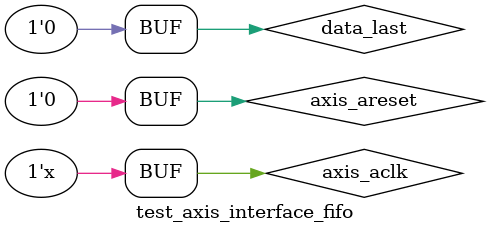
<source format=v>
`timescale 1ns / 1ps


module test_axis_interface_fifo;

	// Inputs
	reg axis_aclk;
	reg axis_areset;
	reg data_valid;
	reg data_last;
	reg [31:0] data;
	reg m_axis_data_trdy;

	// Outputs
	wire almost_full;
	wire m_axis_data_tvalid;
	wire m_axis_data_tlast;
	wire [31:0] m_axis_data_tdata;
	
	reg [39:0] count;

	// Instantiate the Unit Under Test (UUT)
	axis_interface_fifo #(
		.DATA_WIDTH(32)
	)uut(
		.axis_aclk(axis_aclk), 
		.axis_areset(axis_areset), 
		.data_valid(data_valid), 
		.data_last(data_last), 
		.data(data), 
		.almost_full(almost_full), 
		.m_axis_data_tvalid(m_axis_data_tvalid), 
		.m_axis_data_tlast(m_axis_data_tlast), 
		.m_axis_data_tdata(m_axis_data_tdata), 
		.m_axis_data_trdy(m_axis_data_trdy)
	);

	initial begin
		// Initialize Inputs
		axis_aclk = 0;
		axis_areset = 0;
		data_valid = 0;
		data_last = 0;
		data = 0;
		m_axis_data_trdy = 0;

		// Wait 100 ns for global reset to finish
		#10;
		axis_areset = 1;
		#10;
		axis_areset = 0;
		#10;
        
		// Add stimulus here

	end
	
	always
		#5 axis_aclk = ~axis_aclk;
	
	always @(posedge axis_aclk or posedge axis_areset) begin
		if(axis_areset == 1'b1) begin
			count <= 40'd0;
		end
		else begin
			count <= count + 1'd1;
		end
	end
	
	always @(posedge axis_aclk or posedge axis_areset) begin
		if(axis_areset == 1'b1) begin
			data_valid	<= 1'b0;
			data		<= 32'd0;
		end
		else if(count[2:0] == 3'd7) begin
			data_valid	<= 1'b1;
			data		<= count[34:3];
		end
		else begin
			data_valid	<= 1'b0;
			data		<= data;
		end
	end
	
	always @(posedge axis_aclk or posedge axis_areset) begin
		if(axis_areset == 1'b1) begin
			m_axis_data_trdy <= 1'b0;
		end
		else if(count[4:0] == 5'd10) begin
			m_axis_data_trdy <= 1'b1;
		end
		else begin
			m_axis_data_trdy <= 1'b0;
		end
	end
	
endmodule

</source>
